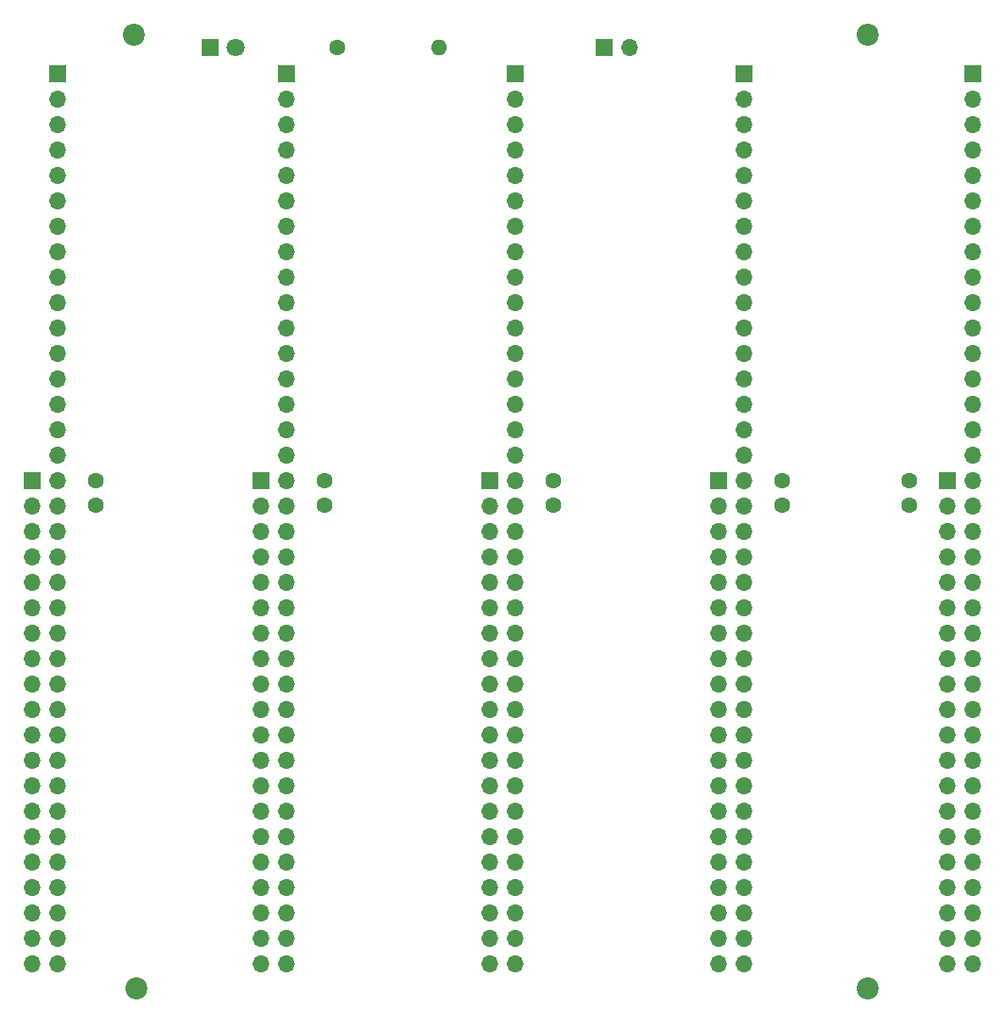
<source format=gbr>
%TF.GenerationSoftware,KiCad,Pcbnew,6.0.11+dfsg-1*%
%TF.CreationDate,2025-12-28T18:54:01+01:00*%
%TF.ProjectId,b2,62322e6b-6963-4616-945f-706362585858,rev?*%
%TF.SameCoordinates,Original*%
%TF.FileFunction,Soldermask,Bot*%
%TF.FilePolarity,Negative*%
%FSLAX46Y46*%
G04 Gerber Fmt 4.6, Leading zero omitted, Abs format (unit mm)*
G04 Created by KiCad (PCBNEW 6.0.11+dfsg-1) date 2025-12-28 18:54:01*
%MOMM*%
%LPD*%
G01*
G04 APERTURE LIST*
%ADD10R,1.700000X1.700000*%
%ADD11O,1.700000X1.700000*%
%ADD12C,1.600000*%
%ADD13R,1.800000X1.800000*%
%ADD14C,1.800000*%
%ADD15O,1.600000X1.600000*%
%ADD16C,2.200000*%
G04 APERTURE END LIST*
D10*
%TO.C,REF\u002A\u002A*%
X151205000Y-66065000D03*
D11*
X151205000Y-68605000D03*
X151205000Y-71145000D03*
X151205000Y-73685000D03*
X151205000Y-76225000D03*
X151205000Y-78765000D03*
X151205000Y-81305000D03*
X151205000Y-83845000D03*
X151205000Y-86385000D03*
X151205000Y-88925000D03*
X151205000Y-91465000D03*
X151205000Y-94005000D03*
X151205000Y-96545000D03*
X151205000Y-99085000D03*
X151205000Y-101625000D03*
X151205000Y-104165000D03*
X151205000Y-106705000D03*
X151205000Y-109245000D03*
X151205000Y-111785000D03*
X151205000Y-114325000D03*
X151205000Y-116865000D03*
X151205000Y-119405000D03*
X151205000Y-121945000D03*
X151205000Y-124485000D03*
X151205000Y-127025000D03*
X151205000Y-129565000D03*
X151205000Y-132105000D03*
X151205000Y-134645000D03*
X151205000Y-137185000D03*
X151205000Y-139725000D03*
X151205000Y-142265000D03*
X151205000Y-144805000D03*
X151205000Y-147345000D03*
X151205000Y-149885000D03*
X151205000Y-152425000D03*
X151205000Y-154965000D03*
%TD*%
D10*
%TO.C,REF\u002A\u002A*%
X102930000Y-106715000D03*
D11*
X102930000Y-109255000D03*
X102930000Y-111795000D03*
X102930000Y-114335000D03*
X102930000Y-116875000D03*
X102930000Y-119415000D03*
X102930000Y-121955000D03*
X102930000Y-124495000D03*
X102930000Y-127035000D03*
X102930000Y-129575000D03*
X102930000Y-132115000D03*
X102930000Y-134655000D03*
X102930000Y-137195000D03*
X102930000Y-139735000D03*
X102930000Y-142275000D03*
X102930000Y-144815000D03*
X102930000Y-147355000D03*
X102930000Y-149895000D03*
X102930000Y-152435000D03*
X102930000Y-154975000D03*
%TD*%
D12*
%TO.C,C*%
X190500000Y-109220000D03*
X190500000Y-106720000D03*
%TD*%
%TO.C,C*%
X177800000Y-109220000D03*
X177800000Y-106720000D03*
%TD*%
%TO.C,C*%
X132080000Y-109220000D03*
X132080000Y-106720000D03*
%TD*%
D10*
%TO.C,REF\u002A\u002A*%
X194335000Y-106715000D03*
D11*
X194335000Y-109255000D03*
X194335000Y-111795000D03*
X194335000Y-114335000D03*
X194335000Y-116875000D03*
X194335000Y-119415000D03*
X194335000Y-121955000D03*
X194335000Y-124495000D03*
X194335000Y-127035000D03*
X194335000Y-129575000D03*
X194335000Y-132115000D03*
X194335000Y-134655000D03*
X194335000Y-137195000D03*
X194335000Y-139735000D03*
X194335000Y-142275000D03*
X194335000Y-144815000D03*
X194335000Y-147355000D03*
X194335000Y-149895000D03*
X194335000Y-152435000D03*
X194335000Y-154975000D03*
%TD*%
D10*
%TO.C,REF\u002A\u002A*%
X148665000Y-106715000D03*
D11*
X148665000Y-109255000D03*
X148665000Y-111795000D03*
X148665000Y-114335000D03*
X148665000Y-116875000D03*
X148665000Y-119415000D03*
X148665000Y-121955000D03*
X148665000Y-124495000D03*
X148665000Y-127035000D03*
X148665000Y-129575000D03*
X148665000Y-132115000D03*
X148665000Y-134655000D03*
X148665000Y-137195000D03*
X148665000Y-139735000D03*
X148665000Y-142275000D03*
X148665000Y-144815000D03*
X148665000Y-147355000D03*
X148665000Y-149895000D03*
X148665000Y-152435000D03*
X148665000Y-154975000D03*
%TD*%
D13*
%TO.C,REF\u002A\u002A*%
X120650000Y-63500000D03*
D14*
X123190000Y-63500000D03*
%TD*%
D12*
%TO.C,1k*%
X133350000Y-63500000D03*
D15*
X143510000Y-63500000D03*
%TD*%
D12*
%TO.C,C*%
X109220000Y-109220000D03*
X109220000Y-106720000D03*
%TD*%
D16*
%TO.C,REF\u002A\u002A*%
X113030000Y-62230000D03*
%TD*%
D10*
%TO.C,REF\u002A\u002A*%
X174065000Y-66065000D03*
D11*
X174065000Y-68605000D03*
X174065000Y-71145000D03*
X174065000Y-73685000D03*
X174065000Y-76225000D03*
X174065000Y-78765000D03*
X174065000Y-81305000D03*
X174065000Y-83845000D03*
X174065000Y-86385000D03*
X174065000Y-88925000D03*
X174065000Y-91465000D03*
X174065000Y-94005000D03*
X174065000Y-96545000D03*
X174065000Y-99085000D03*
X174065000Y-101625000D03*
X174065000Y-104165000D03*
X174065000Y-106705000D03*
X174065000Y-109245000D03*
X174065000Y-111785000D03*
X174065000Y-114325000D03*
X174065000Y-116865000D03*
X174065000Y-119405000D03*
X174065000Y-121945000D03*
X174065000Y-124485000D03*
X174065000Y-127025000D03*
X174065000Y-129565000D03*
X174065000Y-132105000D03*
X174065000Y-134645000D03*
X174065000Y-137185000D03*
X174065000Y-139725000D03*
X174065000Y-142265000D03*
X174065000Y-144805000D03*
X174065000Y-147345000D03*
X174065000Y-149885000D03*
X174065000Y-152425000D03*
X174065000Y-154965000D03*
%TD*%
D16*
%TO.C,REF\u002A\u002A*%
X186420000Y-62230000D03*
%TD*%
D10*
%TO.C,REF\u002A\u002A*%
X128320000Y-66065000D03*
D11*
X128320000Y-68605000D03*
X128320000Y-71145000D03*
X128320000Y-73685000D03*
X128320000Y-76225000D03*
X128320000Y-78765000D03*
X128320000Y-81305000D03*
X128320000Y-83845000D03*
X128320000Y-86385000D03*
X128320000Y-88925000D03*
X128320000Y-91465000D03*
X128320000Y-94005000D03*
X128320000Y-96545000D03*
X128320000Y-99085000D03*
X128320000Y-101625000D03*
X128320000Y-104165000D03*
X128320000Y-106705000D03*
X128320000Y-109245000D03*
X128320000Y-111785000D03*
X128320000Y-114325000D03*
X128320000Y-116865000D03*
X128320000Y-119405000D03*
X128320000Y-121945000D03*
X128320000Y-124485000D03*
X128320000Y-127025000D03*
X128320000Y-129565000D03*
X128320000Y-132105000D03*
X128320000Y-134645000D03*
X128320000Y-137185000D03*
X128320000Y-139725000D03*
X128320000Y-142265000D03*
X128320000Y-144805000D03*
X128320000Y-147345000D03*
X128320000Y-149885000D03*
X128320000Y-152425000D03*
X128320000Y-154965000D03*
%TD*%
D10*
%TO.C,5V*%
X160020000Y-63500000D03*
D11*
X162560000Y-63500000D03*
%TD*%
D12*
%TO.C,C*%
X154940000Y-109220000D03*
X154940000Y-106720000D03*
%TD*%
D16*
%TO.C,REF\u002A\u002A*%
X113300000Y-157480000D03*
%TD*%
D10*
%TO.C,REF\u002A\u002A*%
X125780000Y-106715000D03*
D11*
X125780000Y-109255000D03*
X125780000Y-111795000D03*
X125780000Y-114335000D03*
X125780000Y-116875000D03*
X125780000Y-119415000D03*
X125780000Y-121955000D03*
X125780000Y-124495000D03*
X125780000Y-127035000D03*
X125780000Y-129575000D03*
X125780000Y-132115000D03*
X125780000Y-134655000D03*
X125780000Y-137195000D03*
X125780000Y-139735000D03*
X125780000Y-142275000D03*
X125780000Y-144815000D03*
X125780000Y-147355000D03*
X125780000Y-149895000D03*
X125780000Y-152435000D03*
X125780000Y-154975000D03*
%TD*%
D16*
%TO.C,REF\u002A\u002A*%
X186420000Y-157480000D03*
%TD*%
D10*
%TO.C,REF\u002A\u002A*%
X105470000Y-66065000D03*
D11*
X105470000Y-68605000D03*
X105470000Y-71145000D03*
X105470000Y-73685000D03*
X105470000Y-76225000D03*
X105470000Y-78765000D03*
X105470000Y-81305000D03*
X105470000Y-83845000D03*
X105470000Y-86385000D03*
X105470000Y-88925000D03*
X105470000Y-91465000D03*
X105470000Y-94005000D03*
X105470000Y-96545000D03*
X105470000Y-99085000D03*
X105470000Y-101625000D03*
X105470000Y-104165000D03*
X105470000Y-106705000D03*
X105470000Y-109245000D03*
X105470000Y-111785000D03*
X105470000Y-114325000D03*
X105470000Y-116865000D03*
X105470000Y-119405000D03*
X105470000Y-121945000D03*
X105470000Y-124485000D03*
X105470000Y-127025000D03*
X105470000Y-129565000D03*
X105470000Y-132105000D03*
X105470000Y-134645000D03*
X105470000Y-137185000D03*
X105470000Y-139725000D03*
X105470000Y-142265000D03*
X105470000Y-144805000D03*
X105470000Y-147345000D03*
X105470000Y-149885000D03*
X105470000Y-152425000D03*
X105470000Y-154965000D03*
%TD*%
D10*
%TO.C,REF\u002A\u002A*%
X171525000Y-106715000D03*
D11*
X171525000Y-109255000D03*
X171525000Y-111795000D03*
X171525000Y-114335000D03*
X171525000Y-116875000D03*
X171525000Y-119415000D03*
X171525000Y-121955000D03*
X171525000Y-124495000D03*
X171525000Y-127035000D03*
X171525000Y-129575000D03*
X171525000Y-132115000D03*
X171525000Y-134655000D03*
X171525000Y-137195000D03*
X171525000Y-139735000D03*
X171525000Y-142275000D03*
X171525000Y-144815000D03*
X171525000Y-147355000D03*
X171525000Y-149895000D03*
X171525000Y-152435000D03*
X171525000Y-154975000D03*
%TD*%
D10*
%TO.C,REF\u002A\u002A*%
X196875000Y-66065000D03*
D11*
X196875000Y-68605000D03*
X196875000Y-71145000D03*
X196875000Y-73685000D03*
X196875000Y-76225000D03*
X196875000Y-78765000D03*
X196875000Y-81305000D03*
X196875000Y-83845000D03*
X196875000Y-86385000D03*
X196875000Y-88925000D03*
X196875000Y-91465000D03*
X196875000Y-94005000D03*
X196875000Y-96545000D03*
X196875000Y-99085000D03*
X196875000Y-101625000D03*
X196875000Y-104165000D03*
X196875000Y-106705000D03*
X196875000Y-109245000D03*
X196875000Y-111785000D03*
X196875000Y-114325000D03*
X196875000Y-116865000D03*
X196875000Y-119405000D03*
X196875000Y-121945000D03*
X196875000Y-124485000D03*
X196875000Y-127025000D03*
X196875000Y-129565000D03*
X196875000Y-132105000D03*
X196875000Y-134645000D03*
X196875000Y-137185000D03*
X196875000Y-139725000D03*
X196875000Y-142265000D03*
X196875000Y-144805000D03*
X196875000Y-147345000D03*
X196875000Y-149885000D03*
X196875000Y-152425000D03*
X196875000Y-154965000D03*
%TD*%
M02*

</source>
